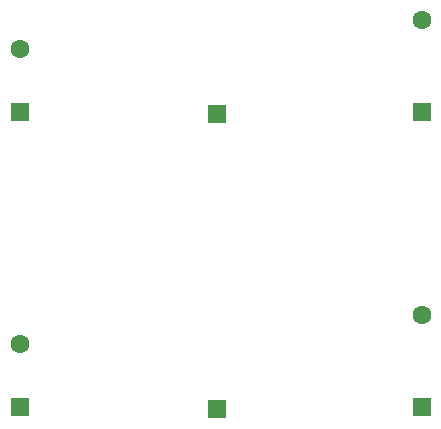
<source format=gbs>
G04 #@! TF.GenerationSoftware,KiCad,Pcbnew,8.0.3*
G04 #@! TF.CreationDate,2024-06-27T10:28:22+02:00*
G04 #@! TF.ProjectId,145MHz_BPF,3134354d-487a-45f4-9250-462e6b696361,rev?*
G04 #@! TF.SameCoordinates,Original*
G04 #@! TF.FileFunction,Soldermask,Bot*
G04 #@! TF.FilePolarity,Negative*
%FSLAX46Y46*%
G04 Gerber Fmt 4.6, Leading zero omitted, Abs format (unit mm)*
G04 Created by KiCad (PCBNEW 8.0.3) date 2024-06-27 10:28:22*
%MOMM*%
%LPD*%
G01*
G04 APERTURE LIST*
G04 Aperture macros list*
%AMRoundRect*
0 Rectangle with rounded corners*
0 $1 Rounding radius*
0 $2 $3 $4 $5 $6 $7 $8 $9 X,Y pos of 4 corners*
0 Add a 4 corners polygon primitive as box body*
4,1,4,$2,$3,$4,$5,$6,$7,$8,$9,$2,$3,0*
0 Add four circle primitives for the rounded corners*
1,1,$1+$1,$2,$3*
1,1,$1+$1,$4,$5*
1,1,$1+$1,$6,$7*
1,1,$1+$1,$8,$9*
0 Add four rect primitives between the rounded corners*
20,1,$1+$1,$2,$3,$4,$5,0*
20,1,$1+$1,$4,$5,$6,$7,0*
20,1,$1+$1,$6,$7,$8,$9,0*
20,1,$1+$1,$8,$9,$2,$3,0*%
G04 Aperture macros list end*
%ADD10RoundRect,0.250000X0.550000X-0.550000X0.550000X0.550000X-0.550000X0.550000X-0.550000X-0.550000X0*%
%ADD11C,1.600000*%
%ADD12RoundRect,0.250000X-0.550000X-0.550000X0.550000X-0.550000X0.550000X0.550000X-0.550000X0.550000X0*%
G04 APERTURE END LIST*
D10*
X88000000Y-91800000D03*
D11*
X88000000Y-86500000D03*
D12*
X104700000Y-92000000D03*
D10*
X122000000Y-91800000D03*
D11*
X122000000Y-84000000D03*
D10*
X122000000Y-66800000D03*
D11*
X122000000Y-59000000D03*
D12*
X104700000Y-67000000D03*
D10*
X88000000Y-66800000D03*
D11*
X88000000Y-61500000D03*
M02*

</source>
